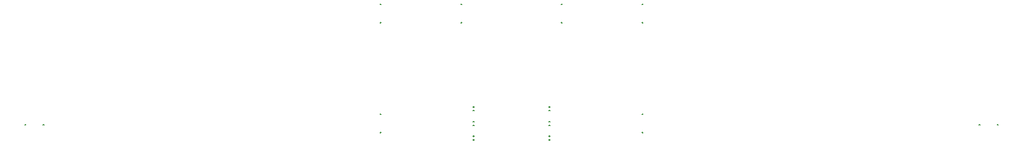
<source format=gbr>
%TF.GenerationSoftware,Altium Limited,Altium Designer,22.5.1 (42)*%
G04 Layer_Color=128*
%FSLAX26Y26*%
%MOIN*%
%TF.SameCoordinates,16E36816-DCA1-4F18-AD40-64303467345E*%
%TF.FilePolarity,Positive*%
%TF.FileFunction,Drillmap*%
%TF.Part,Single*%
G01*
G75*
%TA.AperFunction,NonConductor*%
%ADD59C,0.005000*%
D59*
X3862992Y2253937D02*
X3866929D01*
X3864961Y2251968D02*
Y2255905D01*
X3862992Y2155512D02*
X3866929D01*
X3864961Y2153543D02*
Y2157480D01*
X4400787Y2155512D02*
X4404724D01*
X4402756Y2153543D02*
Y2157480D01*
X4400787Y2253937D02*
X4404724D01*
X4402756Y2251968D02*
Y2255905D01*
X3429920Y2253937D02*
X3433857D01*
X3431889Y2251968D02*
Y2255905D01*
X3429920Y2155512D02*
X3433857D01*
X3431889Y2153543D02*
Y2157480D01*
X4833858Y2155512D02*
X4837795D01*
X4835827Y2153543D02*
Y2157480D01*
X4833858Y2253937D02*
X4837795D01*
X4835827Y2251968D02*
Y2255905D01*
X6641732Y1607480D02*
X6645669D01*
X6643701Y1605512D02*
Y1609449D01*
X6740158Y1607480D02*
X6744095D01*
X6742126Y1605512D02*
Y1609449D01*
X4833858Y1564961D02*
X4837795D01*
X4835827Y1562992D02*
Y1566929D01*
X4833858Y1663386D02*
X4837795D01*
X4835827Y1661417D02*
Y1665354D01*
X3429921Y1663386D02*
X3433858D01*
X3431890Y1661417D02*
Y1665354D01*
X3429921Y1564961D02*
X3433858D01*
X3431890Y1562992D02*
Y1566929D01*
X1523622Y1607480D02*
X1527559D01*
X1525591Y1605512D02*
Y1609449D01*
X1622047Y1607480D02*
X1625984D01*
X1624016Y1605512D02*
Y1609449D01*
X3928347Y1683071D02*
X3932284D01*
X3930315Y1681102D02*
Y1685039D01*
X3928347Y1702756D02*
X3932284D01*
X3930315Y1700787D02*
Y1704724D01*
X3928347Y1545276D02*
X3932284D01*
X3930315Y1543307D02*
Y1547244D01*
X3928347Y1525591D02*
X3932284D01*
X3930315Y1523622D02*
Y1527559D01*
X3928347Y1624016D02*
X3932284D01*
X3930315Y1622047D02*
Y1625984D01*
X3928347Y1604331D02*
X3932284D01*
X3930315Y1602362D02*
Y1606299D01*
X4335433Y1604331D02*
X4339370D01*
X4337401Y1602362D02*
Y1606299D01*
X4335433Y1624016D02*
X4339370D01*
X4337401Y1622047D02*
Y1625984D01*
X4335433Y1525591D02*
X4339370D01*
X4337401Y1523622D02*
Y1527559D01*
X4335433Y1545276D02*
X4339370D01*
X4337401Y1543307D02*
Y1547244D01*
X4335433Y1702756D02*
X4339370D01*
X4337401Y1700787D02*
Y1704724D01*
X4335433Y1683071D02*
X4339370D01*
X4337401Y1681102D02*
Y1685039D01*
%TF.MD5,0b43929b92ee03e8f6a1c8a687c0922c*%
M02*

</source>
